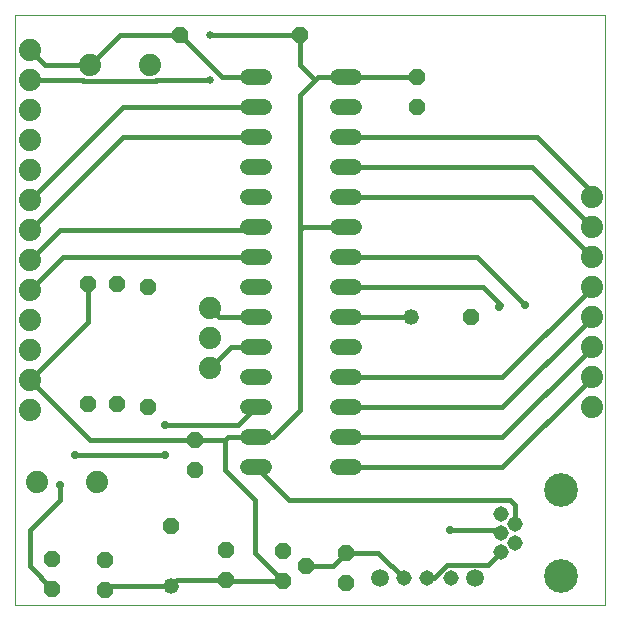
<source format=gtl>
G04 EAGLE Gerber X2 export*
%TF.Part,Single*%
%TF.FileFunction,Other,Top Layer*%
%TF.FilePolarity,Positive*%
%TF.GenerationSoftware,Autodesk,EAGLE,8.7.1*%
%TF.CreationDate,2018-04-17T03:08:08Z*%
G75*
%MOMM*%
%FSLAX34Y34*%
%LPD*%
%AMOC8*
5,1,8,0,0,1.08239X$1,22.5*%
G01*
%ADD10C,0.000000*%
%ADD11P,1.429621X8X292.500000*%
%ADD12P,1.429621X8X112.500000*%
%ADD13C,1.320800*%
%ADD14P,1.429621X8X22.500000*%
%ADD15C,1.308000*%
%ADD16C,2.850000*%
%ADD17C,1.879600*%
%ADD18C,1.320800*%
%ADD19C,1.508000*%
%ADD20C,0.406400*%
%ADD21C,0.654800*%
%ADD22P,0.708749X8X22.500000*%


D10*
X0Y0D02*
X500000Y0D01*
X500000Y500000D01*
X0Y500000D01*
X0Y0D01*
D11*
X340360Y447040D03*
X340360Y421640D03*
X152400Y139700D03*
X152400Y114300D03*
X280670Y44450D03*
X280670Y19050D03*
D12*
X179070Y21590D03*
X179070Y46990D03*
D13*
X335280Y243840D03*
D14*
X386080Y243840D03*
D13*
X132080Y16510D03*
D12*
X132080Y67310D03*
D15*
X411280Y44960D03*
X411280Y60960D03*
X411280Y76960D03*
X423280Y52960D03*
X423280Y68960D03*
D16*
X462280Y97460D03*
X462280Y24460D03*
D17*
X488950Y167640D03*
X488950Y193040D03*
X488950Y218440D03*
X488950Y243840D03*
X488950Y269240D03*
X488950Y294640D03*
X488950Y320040D03*
X488950Y345440D03*
X12700Y165100D03*
X12700Y190500D03*
X12700Y215900D03*
X12700Y241300D03*
X12700Y266700D03*
X12700Y292100D03*
X12700Y317500D03*
X12700Y342900D03*
D12*
X76200Y12700D03*
X76200Y38100D03*
X31750Y13970D03*
X31750Y39370D03*
D11*
X113030Y269240D03*
X113030Y167640D03*
X86360Y271780D03*
X86360Y170180D03*
D14*
X139700Y482600D03*
X241300Y482600D03*
D12*
X62230Y170180D03*
X62230Y271780D03*
D18*
X197866Y447040D02*
X211074Y447040D01*
X211074Y421640D02*
X197866Y421640D01*
X197866Y396240D02*
X211074Y396240D01*
X211074Y370840D02*
X197866Y370840D01*
X197866Y345440D02*
X211074Y345440D01*
X211074Y320040D02*
X197866Y320040D01*
X197866Y294640D02*
X211074Y294640D01*
X211074Y269240D02*
X197866Y269240D01*
X197866Y243840D02*
X211074Y243840D01*
X211074Y218440D02*
X197866Y218440D01*
X197866Y193040D02*
X211074Y193040D01*
X211074Y167640D02*
X197866Y167640D01*
X197866Y142240D02*
X211074Y142240D01*
X211074Y116840D02*
X197866Y116840D01*
X274066Y116840D02*
X287274Y116840D01*
X287274Y142240D02*
X274066Y142240D01*
X274066Y167640D02*
X287274Y167640D01*
X287274Y193040D02*
X274066Y193040D01*
X274066Y218440D02*
X287274Y218440D01*
X287274Y243840D02*
X274066Y243840D01*
X274066Y269240D02*
X287274Y269240D01*
X287274Y294640D02*
X274066Y294640D01*
X274066Y320040D02*
X287274Y320040D01*
X287274Y345440D02*
X274066Y345440D01*
X274066Y370840D02*
X287274Y370840D01*
X287274Y396240D02*
X274066Y396240D01*
X274066Y421640D02*
X287274Y421640D01*
X287274Y447040D02*
X274066Y447040D01*
D19*
X309250Y22860D03*
X389250Y22860D03*
D15*
X329250Y22860D03*
X349250Y22860D03*
X369250Y22860D03*
D11*
X227330Y20320D03*
X246380Y33020D03*
X227330Y45720D03*
D17*
X63500Y457200D03*
X114300Y457200D03*
X69850Y104140D03*
X19050Y104140D03*
X12700Y469900D03*
X12700Y444500D03*
X12700Y419100D03*
X12700Y393700D03*
X12700Y368300D03*
X165100Y200660D03*
X165100Y226060D03*
X165100Y251460D03*
D20*
X400276Y33956D02*
X411280Y44960D01*
X354972Y22860D02*
X349250Y22860D01*
X366068Y33956D02*
X400276Y33956D01*
X366068Y33956D02*
X354972Y22860D01*
X329250Y22860D02*
X307660Y44450D01*
X280670Y44450D01*
X269240Y33020D01*
X246380Y33020D01*
X280670Y116840D02*
X412750Y116840D01*
X487808Y191898D01*
X487808Y193040D01*
X227330Y20320D02*
X180340Y20320D01*
X179070Y21590D01*
X137160Y21590D01*
X132080Y16510D01*
X80010Y16510D01*
X76200Y12700D01*
X203200Y44450D02*
X227330Y20320D01*
X203200Y44450D02*
X203200Y88900D01*
X177800Y114300D01*
X177800Y139700D01*
X180340Y142240D01*
X204470Y142240D01*
X177800Y139700D02*
X152400Y139700D01*
X204470Y142240D02*
X218440Y142240D01*
X241300Y165100D01*
X241300Y317500D01*
X243840Y320040D01*
X280670Y320040D01*
X241300Y317500D02*
X241300Y431800D01*
X254000Y444500D01*
X256540Y447040D01*
X280670Y447040D01*
X254000Y444500D02*
X241300Y457200D01*
X241300Y482600D01*
X152400Y139700D02*
X63500Y139700D01*
X12700Y190500D01*
X280670Y447040D02*
X340360Y447040D01*
X57880Y444500D02*
X12700Y444500D01*
X57880Y444500D02*
X58134Y444246D01*
X119666Y444246D02*
X119920Y444500D01*
X165100Y444500D01*
X119666Y444246D02*
X58134Y444246D01*
D21*
X165100Y444500D03*
X165100Y482600D03*
D20*
X241300Y482600D01*
X62230Y240030D02*
X12700Y190500D01*
X62230Y240030D02*
X62230Y271780D01*
X172720Y243840D02*
X204470Y243840D01*
X172720Y243840D02*
X165100Y251460D01*
X182880Y218440D02*
X204470Y218440D01*
X182880Y218440D02*
X165100Y200660D01*
X280670Y243840D02*
X335280Y243840D01*
X139700Y482600D02*
X88900Y482600D01*
X63500Y457200D01*
X25400Y457200D01*
X12700Y469900D01*
X175260Y447040D02*
X204470Y447040D01*
X175260Y447040D02*
X139700Y482600D01*
X91440Y421640D02*
X204470Y421640D01*
X91440Y421640D02*
X12700Y342900D01*
X91440Y396240D02*
X204470Y396240D01*
X91440Y396240D02*
X12700Y317500D01*
X201930Y317500D02*
X204470Y320040D01*
X201930Y317500D02*
X38100Y317500D01*
X12700Y292100D01*
X40640Y294640D02*
X204470Y294640D01*
X40640Y294640D02*
X12700Y266700D01*
X189230Y152400D02*
X204470Y167640D01*
X189230Y152400D02*
X127000Y152400D01*
D22*
X127000Y152400D03*
X127000Y127000D03*
D20*
X50800Y127000D01*
D22*
X50800Y127000D03*
D20*
X12700Y33020D02*
X31750Y13970D01*
X12700Y63500D02*
X38100Y88900D01*
X38100Y101600D01*
D22*
X38100Y101600D03*
D20*
X12700Y63500D02*
X12700Y33020D01*
X204470Y116840D02*
X232410Y88900D01*
X419100Y88900D01*
X423280Y84720D01*
X423280Y68960D01*
X441960Y396240D02*
X280670Y396240D01*
X441960Y396240D02*
X487808Y350392D01*
X487808Y342900D01*
X438150Y370840D02*
X280670Y370840D01*
X438150Y370840D02*
X487808Y321182D01*
X487808Y320040D01*
X391160Y294640D02*
X280670Y294640D01*
X391160Y294640D02*
X431800Y254000D01*
D22*
X431800Y254000D03*
D20*
X396240Y269240D02*
X280670Y269240D01*
X396240Y269240D02*
X411480Y254000D01*
X410210Y252730D01*
D22*
X410210Y252730D03*
X368300Y63500D03*
D20*
X408740Y63500D01*
X411280Y60960D01*
X412750Y193040D02*
X280670Y193040D01*
X412750Y193040D02*
X487808Y268098D01*
X487808Y269240D01*
X412750Y167640D02*
X280670Y167640D01*
X412750Y167640D02*
X487808Y242698D01*
X487808Y243840D01*
X412750Y142240D02*
X280670Y142240D01*
X412750Y142240D02*
X487808Y217298D01*
X487808Y218440D01*
X438150Y345440D02*
X280670Y345440D01*
X438150Y345440D02*
X487808Y295782D01*
X487808Y294640D01*
M02*

</source>
